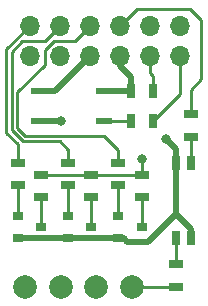
<source format=gtl>
G04 #@! TF.GenerationSoftware,KiCad,Pcbnew,(5.1.7)-1*
G04 #@! TF.CreationDate,2022-03-16T13:26:47+01:00*
G04 #@! TF.ProjectId,bluetooth-board,626c7565-746f-46f7-9468-2d626f617264,rev?*
G04 #@! TF.SameCoordinates,Original*
G04 #@! TF.FileFunction,Copper,L1,Top*
G04 #@! TF.FilePolarity,Positive*
%FSLAX46Y46*%
G04 Gerber Fmt 4.6, Leading zero omitted, Abs format (unit mm)*
G04 Created by KiCad (PCBNEW (5.1.7)-1) date 2022-03-16 13:26:47*
%MOMM*%
%LPD*%
G01*
G04 APERTURE LIST*
G04 #@! TA.AperFunction,SMDPad,CuDef*
%ADD10R,0.800000X1.300000*%
G04 #@! TD*
G04 #@! TA.AperFunction,SMDPad,CuDef*
%ADD11R,1.450000X0.550000*%
G04 #@! TD*
G04 #@! TA.AperFunction,SMDPad,CuDef*
%ADD12R,0.700000X1.300000*%
G04 #@! TD*
G04 #@! TA.AperFunction,ComponentPad*
%ADD13C,2.000000*%
G04 #@! TD*
G04 #@! TA.AperFunction,SMDPad,CuDef*
%ADD14R,1.300000X0.700000*%
G04 #@! TD*
G04 #@! TA.AperFunction,SMDPad,CuDef*
%ADD15R,0.900000X0.800000*%
G04 #@! TD*
G04 #@! TA.AperFunction,ComponentPad*
%ADD16O,1.700000X1.700000*%
G04 #@! TD*
G04 #@! TA.AperFunction,ViaPad*
%ADD17C,0.800000*%
G04 #@! TD*
G04 #@! TA.AperFunction,Conductor*
%ADD18C,0.250000*%
G04 #@! TD*
G04 #@! TA.AperFunction,Conductor*
%ADD19C,0.500000*%
G04 #@! TD*
G04 APERTURE END LIST*
D10*
X31140000Y-35150000D03*
X29860000Y-35150000D03*
X29860000Y-28850000D03*
X31140000Y-28850000D03*
D11*
X23750000Y-25270000D03*
X23750000Y-22730000D03*
X18250000Y-22730000D03*
X18250000Y-25270000D03*
D12*
X26050000Y-25270000D03*
X27950000Y-25270000D03*
D13*
X26100000Y-39310000D03*
X23100000Y-39310000D03*
X20100000Y-39310000D03*
X17100000Y-39310000D03*
D14*
X29860000Y-39310000D03*
X29860000Y-37410000D03*
X31140000Y-24690000D03*
X31140000Y-26590000D03*
D12*
X26050000Y-22730000D03*
X27950000Y-22730000D03*
D14*
X26950000Y-31700000D03*
X26950000Y-29800000D03*
X24950000Y-30700000D03*
X24950000Y-28800000D03*
X22700000Y-31700000D03*
X22700000Y-29800000D03*
X20700000Y-30700000D03*
X20700000Y-28800000D03*
X18450000Y-31700000D03*
X18450000Y-29800000D03*
X16450000Y-30700000D03*
X16450000Y-28800000D03*
D15*
X24950000Y-33300000D03*
X24950000Y-35200000D03*
X26950000Y-34250000D03*
X20700000Y-33300000D03*
X20700000Y-35200000D03*
X22700000Y-34250000D03*
X16450000Y-33300000D03*
X16450000Y-35200000D03*
X18450000Y-34250000D03*
D16*
X17500000Y-19750000D03*
X17500000Y-17210000D03*
X20040000Y-19750000D03*
X20040000Y-17210000D03*
X22580000Y-19750000D03*
X22580000Y-17210000D03*
X25120000Y-19750000D03*
X25120000Y-17210000D03*
X27660000Y-19750000D03*
X27660000Y-17210000D03*
X30200000Y-19750000D03*
X30200000Y-17210000D03*
D17*
X29000000Y-26750000D03*
X26950000Y-28500000D03*
X20100000Y-25270000D03*
D18*
X16450000Y-30700000D02*
X16450000Y-33300000D01*
X20700000Y-30700000D02*
X20700000Y-33300000D01*
X24950000Y-30700000D02*
X24950000Y-33300000D01*
D19*
X16450000Y-35200000D02*
X24950000Y-35200000D01*
X24950000Y-35200000D02*
X25450000Y-35200000D01*
X25450000Y-35200000D02*
X25750000Y-35500000D01*
X25750000Y-35500000D02*
X27500000Y-35500000D01*
X29860000Y-33140000D02*
X29860000Y-28850000D01*
X27500000Y-35500000D02*
X29860000Y-33140000D01*
X31140000Y-34420000D02*
X29860000Y-33140000D01*
X31140000Y-35150000D02*
X31140000Y-34420000D01*
X29860000Y-28850000D02*
X29860000Y-27610000D01*
X29860000Y-27610000D02*
X29000000Y-26750000D01*
X23750000Y-22730000D02*
X26050000Y-22730000D01*
X25120000Y-19750000D02*
X25120000Y-20620000D01*
X26050000Y-21550000D02*
X26050000Y-22730000D01*
X25120000Y-20620000D02*
X26050000Y-21550000D01*
D18*
X26950000Y-29800000D02*
X26950000Y-28550000D01*
X18450000Y-29800000D02*
X26950000Y-29800000D01*
X31140000Y-26590000D02*
X31140000Y-28850000D01*
X29860000Y-35150000D02*
X29860000Y-37410000D01*
X18450000Y-31700000D02*
X18450000Y-34250000D01*
X22700000Y-31700000D02*
X22700000Y-34250000D01*
X26950000Y-31700000D02*
X26950000Y-34250000D01*
X15500000Y-19210000D02*
X17500000Y-17210000D01*
X15500000Y-26250000D02*
X15500000Y-19210000D01*
X16450000Y-27200000D02*
X15500000Y-26250000D01*
X16450000Y-28800000D02*
X16450000Y-27200000D01*
X20700000Y-28800000D02*
X20700000Y-27700000D01*
X20700000Y-27700000D02*
X20000000Y-27000000D01*
X20000000Y-27000000D02*
X16886410Y-27000000D01*
X16886410Y-27000000D02*
X15950010Y-26063600D01*
X15950010Y-26063600D02*
X15950010Y-19396400D01*
X15950010Y-19396400D02*
X16846410Y-18500000D01*
X18750000Y-18500000D02*
X20040000Y-17210000D01*
X16846410Y-18500000D02*
X18750000Y-18500000D01*
D19*
X19600000Y-22730000D02*
X22580000Y-19750000D01*
X18250000Y-22730000D02*
X19600000Y-22730000D01*
D18*
X19500000Y-18500000D02*
X21290000Y-18500000D01*
X18750000Y-19250000D02*
X19500000Y-18500000D01*
X16400020Y-22849980D02*
X18750000Y-20500000D01*
X18750000Y-20500000D02*
X18750000Y-19250000D01*
X16400020Y-25877200D02*
X16400020Y-22849980D01*
X17072810Y-26549990D02*
X16400020Y-25877200D01*
X23799990Y-26549990D02*
X17072810Y-26549990D01*
X24950000Y-27700000D02*
X23799990Y-26549990D01*
X21290000Y-18500000D02*
X22580000Y-17210000D01*
X24950000Y-28800000D02*
X24950000Y-27700000D01*
X31140000Y-24690000D02*
X31140000Y-22610000D01*
X31140000Y-22610000D02*
X32000000Y-21750000D01*
X32000000Y-21750000D02*
X32000000Y-16750000D01*
X32000000Y-16750000D02*
X31000000Y-15750000D01*
X26580000Y-15750000D02*
X25120000Y-17210000D01*
X31000000Y-15750000D02*
X26580000Y-15750000D01*
X27950000Y-22730000D02*
X27950000Y-21450000D01*
X27660000Y-21160000D02*
X27660000Y-19750000D01*
X27950000Y-21450000D02*
X27660000Y-21160000D01*
X30200000Y-23020000D02*
X27950000Y-25270000D01*
X30200000Y-19750000D02*
X30200000Y-23020000D01*
X29860000Y-39310000D02*
X26100000Y-39310000D01*
D19*
X18250000Y-25270000D02*
X20100000Y-25270000D01*
D18*
X23750000Y-25270000D02*
X26050000Y-25270000D01*
M02*

</source>
